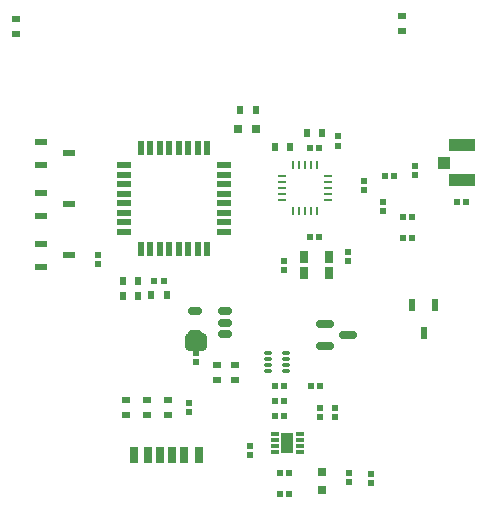
<source format=gtp>
G04*
G04 #@! TF.GenerationSoftware,Altium Limited,Altium Designer,23.10.1 (27)*
G04*
G04 Layer_Color=8421504*
%FSLAX44Y44*%
%MOMM*%
G71*
G04*
G04 #@! TF.SameCoordinates,273EA9BE-9362-4083-9DEA-C9DCB70363E1*
G04*
G04*
G04 #@! TF.FilePolarity,Positive*
G04*
G01*
G75*
%ADD17R,0.8000X1.0000*%
%ADD18R,0.5200X0.5600*%
%ADD19R,0.5600X0.5200*%
%ADD20R,1.2000X0.5000*%
%ADD21R,0.5000X1.2000*%
%ADD22R,2.2000X1.0500*%
%ADD23R,1.0000X1.0000*%
%ADD24R,0.6000X1.0000*%
G04:AMPARAMS|DCode=25|XSize=1.9mm|YSize=1.5mm|CornerRadius=0.375mm|HoleSize=0mm|Usage=FLASHONLY|Rotation=0.000|XOffset=0mm|YOffset=0mm|HoleType=Round|Shape=RoundedRectangle|*
%AMROUNDEDRECTD25*
21,1,1.9000,0.7500,0,0,0.0*
21,1,1.1500,1.5000,0,0,0.0*
1,1,0.7500,0.5750,-0.3750*
1,1,0.7500,-0.5750,-0.3750*
1,1,0.7500,-0.5750,0.3750*
1,1,0.7500,0.5750,0.3750*
%
%ADD25ROUNDEDRECTD25*%
%ADD26R,0.8000X0.6000*%
%ADD27R,0.6000X0.8000*%
%ADD28R,0.8000X0.8000*%
%ADD29R,0.2500X0.8000*%
%ADD30R,0.8000X0.2500*%
G04:AMPARAMS|DCode=31|XSize=1.5mm|YSize=0.6mm|CornerRadius=0.15mm|HoleSize=0mm|Usage=FLASHONLY|Rotation=0.000|XOffset=0mm|YOffset=0mm|HoleType=Round|Shape=RoundedRectangle|*
%AMROUNDEDRECTD31*
21,1,1.5000,0.3000,0,0,0.0*
21,1,1.2000,0.6000,0,0,0.0*
1,1,0.3000,0.6000,-0.1500*
1,1,0.3000,-0.6000,-0.1500*
1,1,0.3000,-0.6000,0.1500*
1,1,0.3000,0.6000,0.1500*
%
%ADD31ROUNDEDRECTD31*%
%ADD32R,1.0000X0.6000*%
G04:AMPARAMS|DCode=33|XSize=0.67mm|YSize=0.3mm|CornerRadius=0.075mm|HoleSize=0mm|Usage=FLASHONLY|Rotation=0.000|XOffset=0mm|YOffset=0mm|HoleType=Round|Shape=RoundedRectangle|*
%AMROUNDEDRECTD33*
21,1,0.6700,0.1500,0,0,0.0*
21,1,0.5200,0.3000,0,0,0.0*
1,1,0.1500,0.2600,-0.0750*
1,1,0.1500,-0.2600,-0.0750*
1,1,0.1500,-0.2600,0.0750*
1,1,0.1500,0.2600,0.0750*
%
%ADD33ROUNDEDRECTD33*%
%ADD34R,0.7600X1.4000*%
%ADD35R,0.8000X1.4000*%
%ADD36R,0.7000X1.4000*%
%ADD37R,0.7000X0.3000*%
%ADD38R,1.0000X1.7000*%
%ADD39R,0.8000X0.8000*%
G04:AMPARAMS|DCode=40|XSize=1.15mm|YSize=0.6mm|CornerRadius=0.15mm|HoleSize=0mm|Usage=FLASHONLY|Rotation=180.000|XOffset=0mm|YOffset=0mm|HoleType=Round|Shape=RoundedRectangle|*
%AMROUNDEDRECTD40*
21,1,1.1500,0.3000,0,0,180.0*
21,1,0.8500,0.6000,0,0,180.0*
1,1,0.3000,-0.4250,0.1500*
1,1,0.3000,0.4250,0.1500*
1,1,0.3000,0.4250,-0.1500*
1,1,0.3000,-0.4250,-0.1500*
%
%ADD40ROUNDEDRECTD40*%
D17*
X269621Y243967D02*
D03*
Y229997D02*
D03*
X290703Y243967D02*
D03*
Y229997D02*
D03*
D18*
X336296Y290666D02*
D03*
Y282866D02*
D03*
X319786Y308446D02*
D03*
Y300646D02*
D03*
X94996Y245454D02*
D03*
Y237654D02*
D03*
X297688Y346038D02*
D03*
Y338238D02*
D03*
X326136Y52234D02*
D03*
Y60034D02*
D03*
X307005Y53058D02*
D03*
Y60858D02*
D03*
X223185Y75918D02*
D03*
Y83718D02*
D03*
X362966Y321146D02*
D03*
Y313346D02*
D03*
X306324Y248248D02*
D03*
Y240448D02*
D03*
X252476Y240882D02*
D03*
Y233082D02*
D03*
X282956Y108114D02*
D03*
Y115914D02*
D03*
X295656Y108114D02*
D03*
Y115914D02*
D03*
X171704Y112686D02*
D03*
Y120486D02*
D03*
X177546Y162904D02*
D03*
Y155104D02*
D03*
D19*
X337866Y312291D02*
D03*
X345666D02*
D03*
X273976Y260604D02*
D03*
X281776D02*
D03*
X248576Y43434D02*
D03*
X256376D02*
D03*
X256376Y61214D02*
D03*
X248576D02*
D03*
X274992Y135128D02*
D03*
X282792D02*
D03*
X352716Y260096D02*
D03*
X360516D02*
D03*
X352716Y277876D02*
D03*
X360516D02*
D03*
X406236Y290830D02*
D03*
X398436D02*
D03*
X281776Y336296D02*
D03*
X273976D02*
D03*
X142640Y223520D02*
D03*
X150440D02*
D03*
X244766Y122174D02*
D03*
X252566D02*
D03*
X244766Y109474D02*
D03*
X252566D02*
D03*
X244766Y134366D02*
D03*
X252566D02*
D03*
D20*
X201676Y321434D02*
D03*
Y313434D02*
D03*
Y305434D02*
D03*
Y297434D02*
D03*
Y289434D02*
D03*
Y281434D02*
D03*
Y273434D02*
D03*
Y265434D02*
D03*
X116676Y265434D02*
D03*
Y273434D02*
D03*
Y281434D02*
D03*
Y289434D02*
D03*
Y297434D02*
D03*
Y305434D02*
D03*
Y313434D02*
D03*
Y321434D02*
D03*
D21*
X187176Y250934D02*
D03*
X179176D02*
D03*
X171176D02*
D03*
X163176D02*
D03*
X155176D02*
D03*
X147176D02*
D03*
X139176D02*
D03*
X131176D02*
D03*
X187176Y335934D02*
D03*
X179176D02*
D03*
X171176D02*
D03*
X163176D02*
D03*
X155176D02*
D03*
X147176D02*
D03*
X139176D02*
D03*
X131176D02*
D03*
D22*
X402844Y309082D02*
D03*
Y338582D02*
D03*
D23*
X387844Y323832D02*
D03*
D24*
X380086Y203262D02*
D03*
X361086D02*
D03*
X370586Y179262D02*
D03*
D25*
X177546Y172047D02*
D03*
D26*
X25654Y432666D02*
D03*
Y445666D02*
D03*
X195326Y139804D02*
D03*
Y152804D02*
D03*
X352044Y448206D02*
D03*
Y435206D02*
D03*
X210566Y152804D02*
D03*
Y139804D02*
D03*
X118364Y123086D02*
D03*
Y110086D02*
D03*
X136144Y123086D02*
D03*
Y110086D02*
D03*
X153924Y123086D02*
D03*
Y110086D02*
D03*
D27*
X228242Y368808D02*
D03*
X215242D02*
D03*
X271376Y348996D02*
D03*
X284376D02*
D03*
X115946Y211328D02*
D03*
X128946D02*
D03*
X115878Y223754D02*
D03*
X128878D02*
D03*
X153040Y211582D02*
D03*
X140040D02*
D03*
X257706Y336804D02*
D03*
X244706D02*
D03*
D28*
X213480Y352044D02*
D03*
X228480D02*
D03*
D29*
X280256Y283014D02*
D03*
X275256D02*
D03*
X270256D02*
D03*
X265256D02*
D03*
X260256D02*
D03*
X280256Y322014D02*
D03*
X275256D02*
D03*
X270256D02*
D03*
X265256D02*
D03*
X260256D02*
D03*
D30*
X289756Y292514D02*
D03*
Y297514D02*
D03*
Y302514D02*
D03*
Y307514D02*
D03*
Y312514D02*
D03*
X250756Y292514D02*
D03*
Y297514D02*
D03*
Y302514D02*
D03*
Y307514D02*
D03*
Y312514D02*
D03*
D31*
X287190Y187594D02*
D03*
X306070Y178054D02*
D03*
X287190Y168544D02*
D03*
D32*
X70166Y331724D02*
D03*
X46166Y322224D02*
D03*
Y341224D02*
D03*
X70166Y288544D02*
D03*
X46166Y279044D02*
D03*
Y298044D02*
D03*
X70166Y245364D02*
D03*
X46166Y235864D02*
D03*
Y254864D02*
D03*
D33*
X253626Y157694D02*
D03*
X238626D02*
D03*
Y162694D02*
D03*
Y152694D02*
D03*
Y147694D02*
D03*
X253626Y162694D02*
D03*
Y152694D02*
D03*
Y147694D02*
D03*
D34*
X167823Y75932D02*
D03*
X137323Y75934D02*
D03*
D35*
X125054Y75936D02*
D03*
X180092Y75928D02*
D03*
D36*
X147573Y75932D02*
D03*
X157573D02*
D03*
D37*
X244435Y93668D02*
D03*
Y88668D02*
D03*
Y83668D02*
D03*
Y78668D02*
D03*
X265435D02*
D03*
Y83668D02*
D03*
Y88668D02*
D03*
Y93668D02*
D03*
D38*
X254935Y86168D02*
D03*
D39*
X284145Y61918D02*
D03*
Y46918D02*
D03*
D40*
X202357Y178928D02*
D03*
Y188428D02*
D03*
Y197928D02*
D03*
X177357Y178928D02*
D03*
Y197928D02*
D03*
M02*

</source>
